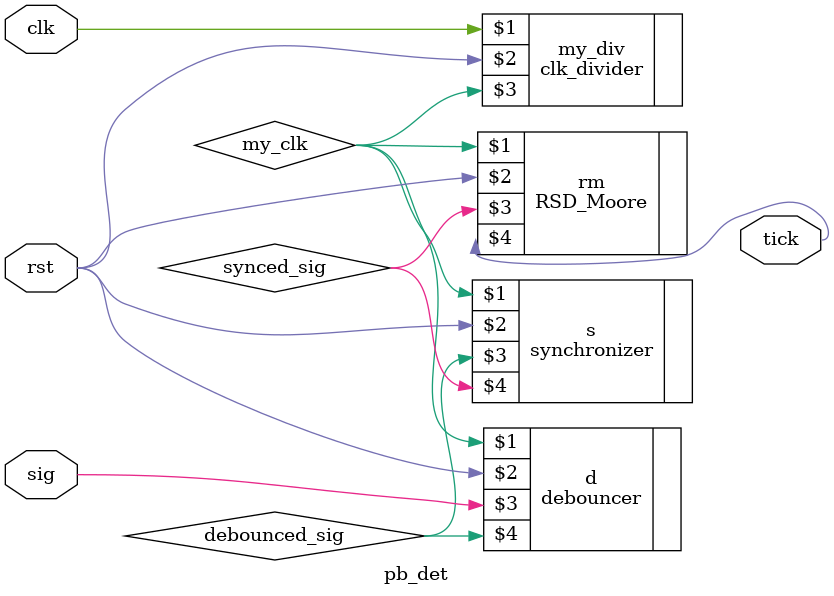
<source format=v>
`timescale 1ns / 1ps


module pb_det(input clk, input rst, input sig, output tick);

wire my_clk;
wire debounced_sig;
wire synced_sig;
clk_divider my_div(clk, rst, my_clk);
debouncer d(my_clk, rst, sig, debounced_sig);
synchronizer s(my_clk, rst, debounced_sig, synced_sig);
RSD_Moore rm(my_clk, rst ,synced_sig, tick);

endmodule

</source>
